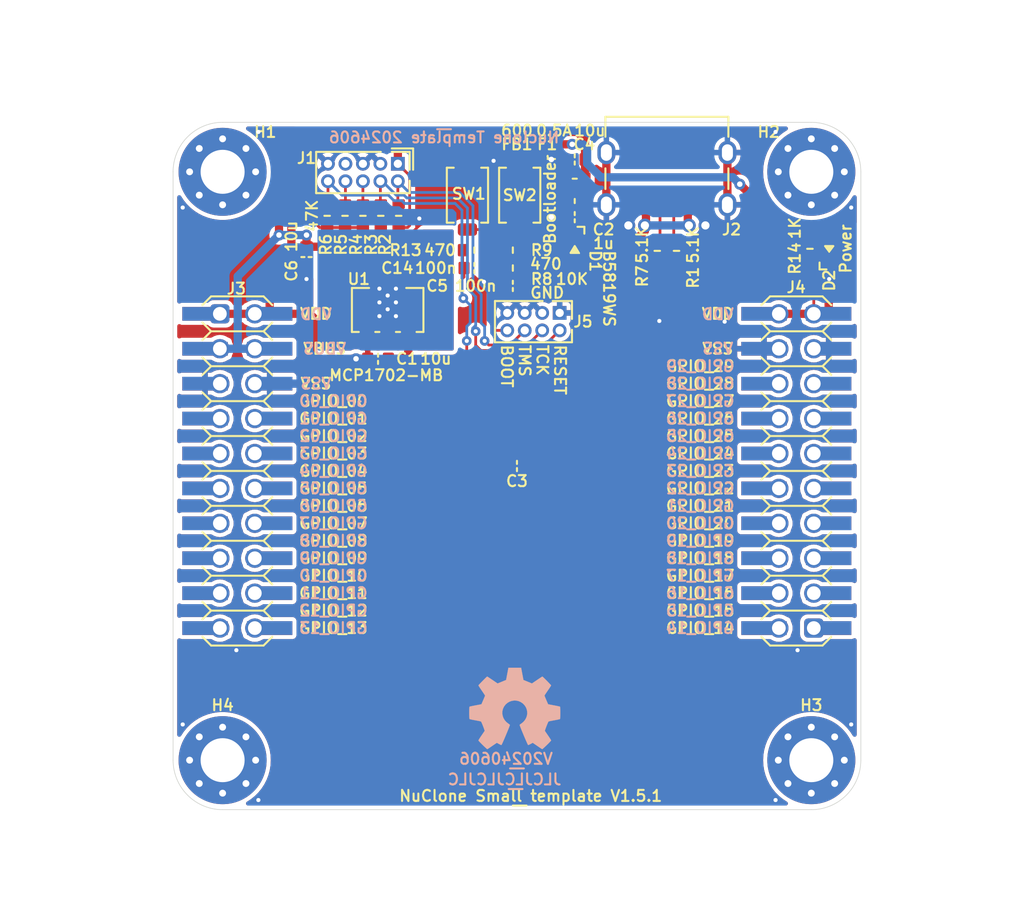
<source format=kicad_pcb>
(kicad_pcb (version 20240108) (generator "pcbnew") (generator_version "8.0")
  (layers (0 "F.Cu" mixed) (31 "B.Cu" mixed) (34 "B.Paste" user) (35 "F.Paste" user) (36 "B.SilkS" user "B.Silkscreen") (37 "F.SilkS" user "F.Silkscreen") (38 "B.Mask" user) (39 "F.Mask" user) (44 "Edge.Cuts" user))
  (net 0 "")
  (net 1 "/VBUS")
  (net 2 "Net-(F1-Pad2)")
  (net 3 "/VDD")
  (net 4 "/VSS")
  (net 5 "Net-(D2-A)")
  (net 6 "/GPIO_28")
  (net 7 "/GPIO_29")
  (net 8 "/TMS")
  (net 9 "/TCK")
  (net 10 "/TDO")
  (net 11 "/TDI")
  (net 12 "/RESET")
  (net 13 "Net-(R13-Pad2)")
  (net 15 "Net-(J2-CC1)")
  (net 16 "/VUSB")
  (net 17 "Net-(J2-CC2)")
  (net 18 "/BOOT")
  (net 19 "/GPIO_20")
  (net 20 "/GPIO_23")
  (net 21 "/GPIO_27")
  (net 22 "/GPIO_16")
  (net 23 "/GPIO_21")
  (net 24 "/GPIO_19")
  (net 25 "/GPIO_17")
  (net 26 "/GPIO_18")
  (net 27 "/GPIO_15")
  (net 28 "/GPIO_14")
  (net 29 "/GPIO_22")
  (net 30 "/GPIO_24")
  (net 31 "/GPIO_25")
  (net 32 "/GPIO_26")
  (net 33 "/GPIO_13")
  (net 34 "/GPIO_12")
  (net 35 "/GPIO_11")
  (net 36 "/GPIO_10")
  (net 37 "/GPIO_09")
  (net 38 "/GPIO_08")
  (net 39 "/GPIO_07")
  (net 40 "/GPIO_06")
  (net 41 "/GPIO_05")
  (net 42 "/GPIO_04")
  (net 43 "/GPIO_03")
  (net 44 "/GPIO_02")
  (net 45 "/GPIO_01")
  (net 46 "/GPIO_00")
  (net 47 "Net-(D1-K)")
  (net 48 "Net-(R9-Pad2)")
  (footprint "SquantorPcbOutline:MountingHole_3.2mm_M3_Pad_Via" (layer "F.Cu") (at 33.6 33.6)
    (property "Reference" "H1")
    (property "Value" "MountingHole")
  )
  (footprint "SquantorPcbOutline:MountingHole_3.2mm_M3_Pad_Via" (layer "F.Cu") (at 76.4 33.6)
    (property "Reference" "H2")
    (property "Value" "MountingHole")
  )
  (footprint "SquantorPcbOutline:MountingHole_3.2mm_M3_Pad_Via" (layer "F.Cu") (at 33.6 76.4)
    (property "Reference" "H4")
    (property "Value" "MountingHole")
  )
  (footprint "SquantorLabels:Label_Generic" (layer "F.Cu") (at 55.2 79.1)
    (property "Reference" "N4" (hide yes))
    (property "Value" "NuClone Small template V1.5.1")
  )
  (footprint "SquantorPcbOutline:MountingHole_3.2mm_M3_Pad_Via" (layer "F.Cu") (at 76.4 76.4)
    (property "Reference" "H3")
    (property "Value" "MountingHole")
  )
  (footprint "SquantorConnectorsNamed:nuclone_small_right_stacked" (layer "F.Cu") (at 75.31 55.36 90)
    (property "Reference" "J4")
    (property "Value" "nuclone_small_right")
  )
  (footprint "SquantorConnectorsNamed:nuclone_small_left_stacked" (layer "F.Cu") (at 34.67 55.36 -90)
    (property "Reference" "J3")
    (property "Value" "nuclone_small_left")
  )
  (footprint "SquantorResistor:R_0603_hand" (layer "F.Cu") (at 76.3 39.2 -90)
    (property "Reference" "R14")
    (property "Value" "1K")
  )
  (footprint "SquantorResistor:R_0603_hand" (layer "F.Cu") (at 45.1 36.8 -90)
    (property "Reference" "R3")
    (property "Value" "47K")
  )
  (footprint "SquantorCapacitor:C_0603" (layer "F.Cu") (at 55 55 180)
    (property "Reference" "C3")
    (property "Value" "10u")
  )
  (footprint "SquantorResistor:R_0603_hand" (layer "F.Cu") (at 51.9 39.3)
    (property "Reference" "R13")
    (property "Value" "470")
  )
  (footprint "SquantorResistor:R_0603_hand" (layer "F.Cu") (at 46.4 36.8 -90)
    (property "Reference" "R2")
    (property "Value" "47K")
  )
  (footprint "SquantorResistor:R_0603_hand" (layer "F.Cu") (at 43.8 36.8 -90)
    (property "Reference" "R4")
    (property "Value" "47K")
  )
  (footprint "SquantorResistor:R_0603_hand" (layer "F.Cu") (at 42.5 36.8 -90)
    (property "Reference" "R5")
    (property "Value" "47K")
  )
  (footprint "SquantorConnectors:Header-0127-2X05-H006" (layer "F.Cu") (at 43.8 33.65 180)
    (property "Reference" "J1")
    (property "Value" "JTAG_2X05")
  )
  (footprint "SquantorIC:SOT89-NXP" (layer "F.Cu") (at 45.6 44)
    (property "Reference" "U1")
    (property "Value" "MCP1702-MB")
  )
  (footprint "SquantorSwitches:TD-85XU" (layer "F.Cu") (at 51.4 35.3 -90)
    (property "Reference" "SW1")
    (property "Value" "RESET")
  )
  (footprint "SquantorDiodes:LED_0603_hand" (layer "F.Cu") (at 77.7 39.2 90)
    (property "Reference" "D2")
    (property "Value" "GREEN")
  )
  (footprint "SquantorCapacitor:C_0603" (layer "F.Cu") (at 44.9 47.2 180)
    (property "Reference" "C1")
    (property "Value" "10u")
  )
  (footprint "SquantorResistor:R_0603_hand" (layer "F.Cu") (at 41.2 36.8 -90)
    (property "Reference" "R6")
    (property "Value" "47K")
  )
  (footprint "SquantorCapacitor:C_0603" (layer "F.Cu") (at 51.9 40.6 180)
    (property "Reference" "C14")
    (property "Value" "100n")
  )
  (footprint "SquantorCapacitor:C_0603" (layer "F.Cu") (at 39.7 39.8 -90)
    (property "Reference" "C6")
    (property "Value" "10u")
  )
  (footprint "SquantorCapacitor:C_0603" (layer "F.Cu") (at 59.2 32.7)
    (property "Reference" "C4")
    (property "Value" "10u")
  )
  (footprint "SquantorUsb:USB-C-HRO-31-M-17_aisler" (layer "F.Cu") (at 65.9 36.15 180)
    (property "Reference" "J2")
    (property "Value" "TYPE-C-31-M-12")
  )
  (footprint "SquantorResistor:R_0603_hand" (layer "F.Cu") (at 65.2 39.35 90)
    (property "Reference" "R7")
    (property "Value" "5.1K")
  )
  (footprint "SquantorResistor:R_0603_hand" (layer "F.Cu") (at 54.7 39.3)
    (property "Reference" "R9")
    (property "Value" "470")
  )
  (footprint "SquantorFuse:F_0603_hand" (layer "F.Cu") (at 59.2 34.1 180)
    (property "Reference" "F1")
    (property "Value" "0.5A")
  )
  (footprint "SquantorResistor:R_0603_hand" (layer "F.Cu") (at 54.7 40.6)
    (property "Reference" "R8")
    (property "Value" "10K")
  )
  (footprint "SquantorInductor:L_0603" (layer "F.Cu") (at 59.2 35.5)
    (property "Reference" "FB1")
    (property "Value" "600")
  )
  (footprint "SquantorCapacitor:C_0603" (layer "F.Cu") (at 54.7 41.9)
    (property "Reference" "C5")
    (property "Value" "100n")
  )
  (footprint "SquantorSwitches:TD-85XU" (layer "F.Cu") (at 55.2 35.3 -90)
    (property "Reference" "SW2")
    (property "Value" "Bootloader")
  )
  (footprint "SquantorDiodes:SOD-323-nexperia-hand" (layer "F.Cu") (at 59.2 39.3 -90)
    (property "Reference" "D1")
    (property "Value" "B5819WS")
  )
  (footprint "SquantorConnectors:Header-0127-2X04-H006" (layer "F.Cu") (at 56.2 44.5 180)
    (property "Reference" "J5")
    (property "Value" "Conn_02x06_Odd_Even")
  )
  (footprint "SquantorCapacitor:C_0603" (layer "F.Cu") (at 59.2 36.9)
    (property "Reference" "C2")
    (property "Value" "1u")
  )
  (footprint "SquantorResistor:R_0603_hand" (layer "F.Cu") (at 66.6 39.35 90)
    (property "Reference" "R1")
    (property "Value" "5.1K")
  )
  (footprint "Symbol:OSHW-Symbol_6.7x6mm_SilkScreen" (layer "B.Cu") (at 54.85 72.65 180)
    (property "Reference" "N1" (hide yes))
    (property "Value" "OHWLOGO" (hide yes))
  )
  (footprint "SquantorLabels:Label_Generic" (layer "B.Cu") (at 54.9 77.9 180)
    (property "Reference" "N3" (hide yes))
    (property "Value" "JLCJLCJLCJLC")
  )
  (footprint "SquantorLabels:Label_Generic" (layer "B.Cu") (at 55 76.4 180)
    (property "Reference" "N2" (hide yes))
    (property "Value" "V20240606")
  )
  (footprint "SquantorLabels:Label_Generic" (layer "B.Cu") (at 49.7 31.1)
    (property "Reference" "N5" (hide yes))
    (property "Value" "Nuclone Template 2024606")
  )
  (gr_line (start 47.45 31.9) (end 45.9 31.9) (stroke (width 0.15)) (layer "F.SilkS"))
  (gr_line (start 47.45 31.9) (end 47.45 33.45) (stroke (width 0.15)) (layer "F.SilkS"))
  (gr_line (start 76.4 80) (end 33.6 80) (stroke (width 0.05)) (layer "Edge.Cuts"))
  (gr_arc (start 30 33.6) (mid 31.054416 31.054416) (end 33.6 30) (stroke (width 0.05)) (layer "Edge.Cuts"))
  (gr_arc (start 76.4 30) (mid 78.945584 31.054416) (end 80 33.6) (stroke (width 0.05)) (layer "Edge.Cuts"))
  (gr_line (start 33.6 30) (end 76.4 30) (stroke (width 0.05)) (layer "Edge.Cuts"))
  (gr_line (start 80 33.6) (end 80 76.4) (stroke (width 0.05)) (layer "Edge.Cuts"))
  (gr_arc (start 33.6 80) (mid 31.054416 78.945584) (end 30 76.4) (stroke (width 0.05)) (layer "Edge.Cuts"))
  (gr_line (start 30 76.4) (end 30 33.6) (stroke (width 0.05)) (layer "Edge.Cuts"))
  (gr_arc (start 80 76.4) (mid 78.945584 78.945584) (end 76.4 80) (stroke (width 0.05)) (layer "Edge.Cuts"))
  (gr_text "Power" (at 78.9 39.2 90) (layer "F.SilkS") (effects (font (size 0.8 0.8) (thickness 0.15) (bold yes))))
  (gr_text "RESET\nTCK\nTMS\nBOOT" (at 53.8 46.1 270) (layer "F.SilkS") (effects (font (size 0.8 0.8) (thickness 0.15) (bold yes)) (justify left bottom)))
  (gr_text "GND" (at 57.2 42.4 0) (layer "F.SilkS") (effects (font (size 0.8 0.8) (thickness 0.15) (bold yes))))
  (segment (start 59.95 32.7) (end 59.95 34.1) (width 0.6) (layer "F.Cu") (net 1))
  (segment (start 59.95 31.264782) (end 59.95 32.7) (width 0.6) (layer "F.Cu") (net 1))
  (segment (start 37.7 38.2) (end 37.7 32.6) (width 0.6) (layer "F.Cu") (net 1))
  (segment (start 39.7 38.2) (end 39.7 39.05) (width 0.6) (layer "F.Cu") (net 1))
  (segment (start 39.6 30.7) (end 59.385218 30.7) (width 0.6) (layer "F.Cu") (net 1))
  (segment (start 44.55 39.05) (end 45.6 40.1) (width 0.6) (layer "F.Cu") (net 1))
  (segment (start 45.6 40.1) (end 45.6 42.6) (width 0.6) (layer "F.Cu") (net 1))
  (segment (start 59.385218 30.7) (end 59.95 31.264782) (width 0.6) (layer "F.Cu") (net 1))
  (segment (start 39.7 39.05) (end 44.55 39.05) (width 0.6) (layer "F.Cu") (net 1))
  (segment (start 37.7 32.6) (end 39.6 30.7) (width 0.6) (layer "F.Cu") (net 1))
  (via (at 46.2 42.1) (size 0.7) (drill 0.3) (layers "F.Cu" "B.Cu") (net 1))
  (via (at 45 44.1) (size 0.7) (drill 0.3) (layers "F.Cu" "B.Cu") (net 1))
  (via (at 45 43.1) (size 0.7) (drill 0.3) (layers "F.Cu" "B.Cu") (net 1))
  (via (at 45 42.1) (size 0.7) (drill 0.3) (layers "F.Cu" "B.Cu") (net 1))
  (via (at 37.7 38.2) (size 0.8) (drill 0.4) (layers "F.Cu" "B.Cu") (net 1))
  (via (at 39.7 38.2) (size 0.8) (drill 0.4) (layers "F.Cu" "B.Cu") (net 1))
  (via (at 45.6 42.6) (size 0.7) (drill 0.3) (layers "F.Cu" "B.Cu") (net 1))
  (via (at 46.2 44.1) (size 0.7) (drill 0.3) (layers "F.Cu" "B.Cu") (net 1))
  (via (at 45.6 43.6) (size 0.7) (drill 0.3) (layers "F.Cu" "B.Cu") (net 1))
  (via (at 46.2 43.1) (size 0.7) (drill 0.3) (layers "F.Cu" "B.Cu") (net 1))
  (segment (start 34.7 41.2) (end 34.7 46.47) (width 0.6) (layer "B.Cu") (net 1))
  (segment (start 37.7 38.2) (end 34.7 41.2) (width 0.6) (layer "B.Cu") (net 1))
  (segment (start 37.7 38.2) (end 39.7 38.2) (width 0.6) (layer "B.Cu") (net 1))
  (segment (start 33.4 46.47) (end 34.7 46.47) (width 0.6) (layer "B.Cu") (net 1))
  (segment (start 34.7 46.47) (end 35.94 46.47) (width 0.6) (layer "B.Cu") (net 1))
  (segment (start 58.45 34.1) (end 58.45 35.5) (width 0.6) (layer "F.Cu") (net 2))
  (segment (start 76.58 41.78) (end 76.3 41.5) (width 0.2) (layer "F.Cu") (net 3))
  (segment (start 38.6 40.5) (end 37.02 42.08) (width 0.6) (layer "F.Cu") (net 3))
  (segment (start 43.8 37.65) (end 42.5 37.65) (width 0.2) (layer "F.Cu") (net 3))
  (segment (start 46.45 31.6) (end 46.4 31.55) (width 0.6) (layer "F.Cu") (net 3))
  (segment (start 45.65 47.2) (end 45.65 48.15) (width 0.6) (layer "F.Cu") (net 3))
  (segment (start 55.75 52.85) (end 55.75 55) (width 0.6) (layer "F.Cu") (net 3))
  (segment (start 45.65 48.15) (end 45.6 48.2) (width 0.6) (layer "F.Cu") (net 3))
  (segment (start 40.65 37.65) (end 40.2 37.2) (width 0.2) (layer "F.Cu") (net 3))
  (segment (start 38.6 37.2) (end 38.6 40.5) (width 0.6) (layer "F.Cu") (net 3))
  (segment (start 47.2 37.5) (end 47.2 33.875) (width 0.2) (layer "F.Cu") (net 3))
  (segment (start 53.1 52.1) (end 55 52.1) (width 0.6) (layer "F.Cu") (net 3))
  (segment (start 47.1 46.8) (end 47.1 45.75) (width 0.6) (layer "F.Cu") (net 3))
  (segment (start 45.65 47.2) (end 46.7 47.2) (width 0.6) (layer "F.Cu") (net 3))
  (segment (start 39.95 31.55) (end 38.6 32.9) (width 0.6) (layer "F.Cu") (net 3))
  (segment (start 41.2 37.65) (end 42.5 37.65) (width 0.2) (layer "F.Cu") (net 3))
  (segment (start 39.93 43.93) (end 40.2 44.2) (width 0.6) (layer "F.Cu") (net 3))
  (segment (start 37.02 42.08) (end 37.02 43.93) (width 0.6) (layer "F.Cu") (net 3))
  (segment (start 74.04 43.93) (end 76.58 43.93) (width 0.6) (layer "F.Cu") (net 3))
  (segment (start 79 37.8) (end 79 41.7) (width 0.6) (layer "F.Cu") (net 3))
  (segment (start 76.58 43.93) (end 76.58 41.78) (width 0.2) (layer "F.Cu") (net 3))
  (segment (start 37.02 43.93) (end 39.93 43.93) (width 0.6) (layer "F.Cu") (net 3))
  (segment (start 45.6 48.2) (end 49.2 48.2) (width 0.6) (layer "F.Cu") (net 3))
  (segment (start 46.7 47.2) (end 47.1 46.8) (width 0.6) (layer "F.Cu") (net 3))
  (segment (start 40.2 47.4) (end 41 48.2) (width 0.6) (layer "F.Cu") (net 3))
  (segment (start 47.05 37.65) (end 47.2 37.5) (width 0.2) (layer "F.Cu") (net 3))
  (segment (start 56.2 40.6) (end 55.55 40.6) (width 0.6) (layer "F.Cu") (net 3))
  (segment (start 79 41.7) (end 77.66 43.04) (width 0.6) (layer "F.Cu") (net 3))
  (segment (start 74.2 37.5) (end 78.7 37.5) (width 0.6) (layer "F.Cu") (net 3))
  (segment (start 35.94 43.93) (end 33.4 43.93) (width 0.6) (layer "F.Cu") (net 3))
  (segment (start 77.66 43.04) (end 77.66 43.93) (width 0.6) (layer "F.Cu") (net 3))
  (segment (start 47.2 33.875) (end 46.34 33.015) (width 0.2) (layer "F.Cu") (net 3))
  (segment (start 78.7 37.5) (end 79 37.8) (width 0.6) (layer "F.Cu") (net 3))
  (segment (start 49.2 48.2) (end 53.1 52.1) (width 0.6) (layer "F.Cu") (net 3))
  (segment (start 46.4 31.55) (end 39.95 31.55) (width 0.6) (layer "F.Cu") (net 3))
  (segment (start 56.5 31.6) (end 56.5 40.3) (width 0.6) (layer "F.Cu") (net 3))
  (segment (start 55 52.1) (end 55.75 52.85) (width 0.6) (layer "F.Cu") (net 3))
  (segment (start 76.3 41.5) (end 76.3 40.05) (width 0.2) (layer "F.Cu") (net 3))
  (segment (start 59.012425 31.6) (end 46.45 31.6) (width 0.6) (layer "F.Cu") (net 3))
  (segment (start 41.2 37.65) (end 40.65 37.65) (width 0.2) (layer "F.Cu") (net 3))
  (segment (start 40.2 37.2) (end 38.6 37.2) (width 0.2) (layer "F.Cu") (net 3))
  (segment (start 56.5 40.3) (end 56.2 40.6) (width 0.6) (layer "F.Cu") (net 3))
  (segment (start 40.2 44.2) (end 40.2 47.4) (width 0.6) (layer "F.Cu") (net 3))
  (segment (start 38.6 32.9) (end 38.6 37.2) (width 0.6) (layer "F.Cu") (net 3))
  (segment (start 46.34 33.015) (end 46.34 31.61) (width 0.6) (layer "F.Cu") (net 3))
  (segment (start 46.4 37.65) (end 47.05 37.65) (width 0.2) (layer "F.Cu") (net 3))
  (segment (start 41 48.2) (end 45.6 48.2) (width 0.6) (layer "F.Cu") (net 3))
  (segment (start 46.34 31.61) (end 46.4 31.55) (width 0.6) (layer "F.Cu") (net 3))
  (segment (start 71.2 34.5) (end 74.2 37.5) (width 0.6) (layer "F.Cu") (net 3))
  (via (at 71.2 34.5) (size 0.8) (drill 0.4) (layers "F.Cu" "B.Cu") (net 3))
  (via (at 59.012425 31.6) (size 0.8) (drill 0.4) (layers "F.Cu" "B.Cu") (net 3))
  (segment (start 70.7 34) (end 61.1 34) (width 0.6) (layer "B.Cu") (net 3))
  (segment (start 71.2 34.5) (end 70.7 34) (width 0.6) (layer "B.Cu") (net 3))
  (segment (start 60.1 33) (end 60.1 31.9) (width 0.6) (layer "B.Cu") (net 3))
  (segment (start 59.8 31.6) (end 59.012425 31.6) (width 0.6) (layer "B.Cu") (net 3))
  (segment (start 60.1 31.9) (end 59.8 31.6) (width 0.6) (layer "B.Cu") (net 3))
  (segment (start 61.1 34) (end 60.1 33) (width 0.6) (layer "B.Cu") (net 3))
  (segment (start 68.65 37.45) (end 68.7 37.5) (width 0.6) (layer "F.Cu") (net 4))
  (segment (start 47 38.4) (end 47.5 37.9) (width 0.2) (layer "F.Cu") (net 4))
  (segment (start 63.15 37.45) (end 63.15 36.15) (width 0.6) (layer "F.Cu") (net 4))
  (segment (start 61.5 32.2) (end 61.5 36) (width 0.6) (layer "F.Cu") (net 4))
  (segment (start 47.5 37.9) (end 47.9 37.5) (width 0.2) (layer "F.Cu") (net 4))
  (segment (start 70.3 32.2) (end 70.3 36) (width 0.6) (layer "F.Cu") (net 4))
  (segment (start 46.2 38.4) (end 47 38.4) (width 0.2) (layer "F.Cu") (net 4))
  (segment (start 45.1 37.65) (end 45.1 38.2) (width 0.2) (layer "F.Cu") (net 4))
  (segment (start 44.15 47.2) (end 43.3 47.2) (width 0.6) (layer "F.Cu") (net 4))
  (segment (start 47.9 37.5) (end 47.9 37) (width 0.2) (layer "F.Cu") (net 4))
  (segment (start 68.65 36.15) (end 68.65 37.45) (width 0.6) (layer "F.Cu") (net 4))
  (segment (start 63.1 37.5) (end 63.15 37.45) (width 0.6) (layer "F.Cu") (net 4))
  (segment (start 45.3 38.4) (end 46.2 38.4) (width 0.2) (layer "F.Cu") (net 4))
  (segment (start 45.1 38.2) (end 45.3 38.4) (width 0.2) (layer "F.Cu") (net 4))
  (via (at 53.3 32.8) (size 0.7) (drill 0.3) (layers "F.Cu" "B.Cu") (net 4))
  (via (at 65.35 44.45) (size 0.7) (drill 0.3) (layers "F.Cu" "B.Cu") (net 4))
  (via (at 70.1 44.5) (size 0.7) (drill 0.3) (layers "F.Cu" "B.Cu") (net 4))
  (via (at 36.2 30.7) (size 0.7) (drill 0.3) (layers "F.Cu" "B.Cu") (net 4))
  (via (at 34.6 68.4) (size 0.7) (drill 0.3) (layers "F.Cu" "B.Cu") (net 4))
  (via (at 75.4 68.4) (size 0.7) (drill 0.3) (layers "F.Cu" "B.Cu") (net 4))
  (via (at 73.8 79.3) (size 0.7) (drill 0.3) (layers "F.Cu" "B.Cu") (net 4))
  (via (at 77.7 41.4) (size 0.7) (drill 0.3) (layers "F.Cu" "B.Cu") (net 4))
  (via (at 79.3 73.8) (size 0.7) (drill 0.3) (layers "F.Cu" "B.Cu") (net 4))
  (via (at 36.2 79.3) (size 0.7) (drill 0.3) (layers "F.Cu" "B.Cu") (net 4))
  (via (at 52.6 41.6) (size 0.7) (drill 0.3) (layers "F.Cu" "B.Cu") (net 4))
  (via (at 57.5 36.9) (size 0.8) (drill 0.4) (layers "F.Cu" "B.Cu") (net 4))
  (via (at 63.1 37.5) (size 1) (drill 0.6) (layers "F.Cu" "B.Cu") (net 4))
  (via (at 30.7 73.8) (size 0.7) (drill 0.3) (layers "F.Cu" "B.Cu") (net 4))
  (via (at 30.7 36.2) (size 0.7) (drill 0.3) (layers "F.Cu" "B.Cu") (net 4))
  (via (at 68.7 37.5) (size 1) (drill 0.6) (layers "F.Cu" "B.Cu") (net 4))
  (via (at 57.5 32.7) (size 0.8) (drill 0.4) (layers "F.Cu" "B.Cu") (net 4))
  (via (at 79.3 36.2) (size 0.7) (drill 0.3) (layers "F.Cu" "B.Cu") (net 4))
  (via (at 39.7 41.4) (size 0.7) (drill 0.3) (layers "F.Cu" "B.Cu") (net 4))
  (via (at 47.9 37) (size 0.7) (drill 0.3) (layers "F.Cu" "B.Cu") (net 4))
  (via (at 43.3 47.2) (size 0.8) (drill 0.4) (layers "F.Cu" "B.Cu") (net 4))
  (via (at 73.8 30.7) (size 0.7) (drill 0.3) (layers "F.Cu" "B.Cu") (net 4))
  (segment (start 37.02 49.01) (end 35.94 49.01) (width 0.6) (layer "B.Cu") (net 4))
  (segment (start 43.3 47.2) (end 41.49 49.01) (width 0.6) (layer "B.Cu") (net 4))
  (segment (start 41.49 49.01) (end 37.02 49.01) (width 0.6) (layer "B.Cu") (net 4))
  (segment (start 76.3 38.35) (end 76.95 38.35) (width 0.2) (layer "F.Cu") (net 5))
  (segment (start 77.1 38.5) (end 77.55 38.5) (width 0.2) (layer "F.Cu") (net 5))
  (segment (start 77.55 38.5) (end 77.7 38.35) (width 0.2) (layer "F.Cu") (net 5))
  (segment (start 76.95 38.35) (end 77.1 38.5) (width 0.2) (layer "F.Cu") (net 5))
  (segment (start 52.95 46.2) (end 54.5 46.2) (width 0.2) (layer "F.Cu") (net 8))
  (segment (start 46.34 35.89) (end 46.4 35.95) (width 0.2) (layer "F.Cu") (net 8))
  (segment (start 54.5 46.2) (end 55.565 45.135) (width 0.2) (layer "F.Cu") (net 8))
  (segment (start 46.34 34.285) (end 46.34 35.89) (width 0.2) (layer "F.Cu") (net 8))
  (segment (start 52.65 45.9) (end 52.95 46.2) (width 0.2) (layer "F.Cu") (net 8))
  (via (at 52.65 45.9) (size 0.7) (drill 0.3) (layers "F.Cu" "B.Cu") (net 8))
  (segment (start 52.65 45.9) (end 52.65 44.85) (width 0.2) (layer "B.Cu") (net 8))
  (segment (start 50.831372 35.1) (end 47.155 35.1) (width 0.2) (layer "B.Cu") (net 8))
  (segment (start 52.4 44.6) (end 52.4 42.524694) (width 0.2) (layer "B.Cu") (net 8))
  (segment (start 52.65 44.85) (end 52.4 44.6) (width 0.2) (layer "B.Cu") (net 8))
  (segment (start 51.8 36.068628) (end 50.831372 35.1) (width 0.2) (layer "B.Cu") (net 8))
  (segment (start 51.8 41.924694) (end 51.8 36.068628) (width 0.2) (layer "B.Cu") (net 8))
  (segment (start 52.4 42.524694) (end 51.8 41.924694) (width 0.2) (layer "B.Cu") (net 8))
  (segment (start 47.155 35.1) (end 46.34 34.285) (width 0.2) (layer "B.Cu") (net 8))
  (segment (start 55.37 46.6) (end 56.835 45.135) (width 0.2) (layer "F.Cu") (net 9))
  (segment (start 45.07 35.92) (end 45.1 35.95) (width 0.2) (layer "F.Cu") (net 9))
  (segment (start 45.07 34.285) (end 45.07 35.92) (width 0.2) (layer "F.Cu") (net 9))
  (segment (start 52.380761 46.6) (end 55.37 46.6) (width 0.2) (layer "F.Cu") (net 9))
  (segment (start 52 45.2) (end 52 46.219239) (width 0.2) (layer "F.Cu") (net 9))
  (segment (start 52 46.219239) (end 52.380761 46.6) (width 0.2) (layer "F.Cu") (net 9))
  (via (at 52 45.2) (size 0.7) (drill 0.3) (layers "F.Cu" "B.Cu") (net 9))
  (segment (start 45.208629 34.285) (end 45.07 34.285) (width 0.2) (layer "B.Cu") (net 9))
  (segment (start 46.789313 35.3) (end 46.223629 35.3) (width 0.2) (layer "B.Cu") (net 9))
  (segment (start 51.782843 44.982843) (end 52 44.765685) (width 0.2) (layer "B.Cu") (net 9))
  (segment (start 52 42.69038) (end 51.4 42.09038) (width 0.2) (layer "B.Cu") (net 9))
  (segment (start 46.989314 35.5) (end 46.789313 35.3) (width 0.2) (layer "B.Cu") (net 9))
  (segment (start 51.4 36.234314) (end 50.665686 35.5) (width 0.2) (layer "B.Cu") (net 9))
  (segment (start 52 45.2) (end 51.782843 44.982843) (width 0.2) (layer "B.Cu") (net 9))
  (segment (start 46.223629 35.3) (end 45.208629 34.285) (width 0.2) (layer "B.Cu") (net 9))
  (segment (start 51.4 42.09038) (end 51.4 36.234314) (width 0.2) (layer "B.Cu") (net 9))
  (segment (start 50.665686 35.5) (end 46.989314 35.5) (width 0.2) (layer "B.Cu") (net 9))
  (segment (start 52 44.765685) (end 52 42.69038) (width 0.2) (layer "B.Cu") (net 9))
  (segment (start 43.8 34.285) (end 43.8 35.95) (width 0.2) (layer "F.Cu") (net 10))
  (segment (start 42.53 34.285) (end 42.53 35.92) (width 0.2) (layer "F.Cu") (net 11))
  (segment (start 42.53 35.92) (end 42.5 35.95) (width 0.2) (layer "F.Cu") (net 11))
  (segment (start 41.26 34.285) (end 41.26 35.89) (width 0.2) (layer "F.Cu") (net 12))
  (segment (start 51.05 40.5) (end 51.15 40.6) (width 0.2) (layer "F.Cu") (net 12))
  (segment (start 56.24 47) (end 58.105 45.135) (width 0.2) (layer "F.Cu") (net 12))
  (segment (start 51.695315 47) (end 56.24 47) (width 0.2) (layer "F.Cu") (net 12))
  (segment (start 41.26 35.89) (end 41.2 35.95) (width 0.2) (layer "F.Cu") (net 12))
  (segment (start 51 41.4) (end 51 42.7) (width 0.2) (layer "F.Cu") (net 12))
  (segment (start 51.35 46.654685) (end 51.695315 47) (width 0.2) (layer "F.Cu") (net 12))
  (segment (start 51.35 45.9) (end 51.35 46.654685) (width 0.2) (layer "F.Cu") (net 12))
  (segment (start 51 42.7) (end 51.1 42.8) (width 0.2) (layer "F.Cu") (net 12))
  (segment (start 51.15 41.25) (end 51 41.4) (width 0.2) (layer "F.Cu") (net 12))
  (segment (start 51.05 39.3) (end 51.05 40.5) (width 0.2) (layer "F.Cu") (net 12))
  (segment (start 51.15 40.6) (end 51.15 41.25) (width 0.2) (layer "F.Cu") (net 12))
  (via (at 51.35 45.9) (size 0.7) (drill 0.3) (layers "F.Cu" "B.Cu") (net 12))
  (via (at 51.1 42.8) (size 0.7) (drill 0.3) (layers "F.Cu" "B.Cu") (net 12))
  (segment (start 42.275 35.3) (end 41.26 34.285) (width 0.2) (layer "B.Cu") (net 12))
  (segment (start 51.35 44.85) (end 51.35 45.9) (width 0.2) (layer "B.Cu") (net 12))
  (segment (start 51.1 42.8) (end 51.6 43.3) (width 0.2) (layer "B.Cu") (net 12))
  (segment (start 45.657944 35.3) (end 42.275 35.3) (width 0.2) (layer "B.Cu") (net 12))
  (segment (start 46.057944 35.7) (end 45.657944 35.3) (width 0.2) (layer "B.Cu") (net 12))
  (segment (start 46.823628 35.9) (end 46.623628 35.7) (width 0.2) (layer "B.Cu") (net 12))
  (segment (start 51 42.7) (end 51 36.4) (width 0.2) (layer "B.Cu") (net 12))
  (segment (start 51.6 44.6) (end 51.35 44.85) (width 0.2) (layer "B.Cu") (net 12))
  (segment (start 51.6 43.3) (end 51.6 44.6) (width 0.2) (layer "B.Cu") (net 12))
  (segment (start 51 36.4) (end 50.5 35.9) (width 0.2) (layer "B.Cu") (net 12))
  (segment (start 50.5 35.9) (end 46.823628 35.9) (width 0.2) (layer "B.Cu") (net 12))
  (segment (start 51.1 42.8) (end 51 42.7) (width 0.2) (layer "B.Cu") (net 12))
  (segment (start 46.623628 35.7) (end 46.057944 35.7) (width 0.2) (layer "B.Cu") (net 12))
  (segment (start 51.4 37.8) (end 52.3 37.8) (width 0.2) (layer "F.Cu") (net 13))
  (segment (start 52.75 38.25) (end 52.75 39.3) (width 0.2) (layer "F.Cu") (net 13))
  (segment (start 52.3 37.8) (end 52.75 38.25) (width 0.2) (layer "F.Cu") (net 13))
  (segment (start 66.4 36.15) (end 66.4 38.3) (width 0.2) (layer "F.Cu") (net 15))
  (segment (start 66.4 38.3) (end 66.6 38.5) (width 0.2) (layer "F.Cu") (net 15))
  (segment (start 59.95 40.35) (end 59.2 40.35) (width 0.6) (layer "F.Cu") (net 16))
  (segment (start 64.38 37.42) (end 64.38 36.15) (width 0.6) (layer "F.Cu") (net 16))
  (segment (start 61.7 38.6) (end 59.95 40.35) (width 0.6) (layer "F.Cu") (net 16))
  (segment (start 64.3 37.9) (end 63.6 38.6) (width 0.6) (layer "F.Cu") (net 16))
  (segment (start 63.6 38.6) (end 61.7 38.6) (width 0.6) (layer "F.Cu") (net 16))
  (segment (start 67.42 36.15) (end 67.42 37.42) (width 0.6) (layer "F.Cu") (net 16))
  (segment (start 64.3 37.5) (end 64.3 37.9) (width 0.6) (layer "F.Cu") (net 16))
  (segment (start 64.3 37.5) (end 64.38 37.42) (width 0.6) (layer "F.Cu") (net 16))
  (segment (start 67.42 37.42) (end 67.5 37.5) (width 0.6) (layer "F.Cu") (net 16))
  (via (at 67.5 37.5) (size 1) (drill 0.6) (layers "F.Cu" "B.Cu") (net 16))
  (via (at 64.3 37.5) (size 1) (drill 0.6) (layers "F.Cu" "B.Cu") (net 16))
  (segment (start 64.3 37.5) (end 67.5 37.5) (width 0.6) (layer "B.Cu") (net 16))
  (segment (start 65.4 36.15) (end 65.4 38.3) (width 0.2) (layer "F.Cu") (net 17))
  (segment (start 65.4 38.3) (end 65.2 38.5) (width 0.2) (layer "F.Cu") (net 17))
  (segment (start 53.95 41.9) (end 53.4 41.9) (width 0.2) (layer "F.Cu") (net 18))
  (segment (start 53.85 40.6) (end 53.85 41.8) (width 0.2) (layer "F.Cu") (net 18))
  (segment (start 53.2 45) (end 53.335 45.135) (width 0.2) (layer "F.Cu") (net 18))
  (segment (start 53.335 45.135) (end 54.295 45.135) (width 0.2) (layer "F.Cu") (net 18))
  (segment (start 53.2 42.1) (end 53.2 45) (width 0.2) (layer "F.Cu") (net 18))
  (segment (start 53.85 39.3) (end 53.85 40.6) (width 0.2) (layer "F.Cu") (net 18))
  (segment (start 53.85 41.8) (end 53.95 41.9) (width 0.2) (layer "F.Cu") (net 18))
  (segment (start 53.4 41.9) (end 53.2 42.1) (width 0.2) (layer "F.Cu") (net 18))
  (segment (start 59.95 38.15) (end 59.85 38.25) (width 0.6) (layer "F.Cu") (net 47))
  (segment (start 59.85 38.25) (end 59.2 38.25) (width 0.6) (layer "F.Cu") (net 47))
  (segment (start 59.95 35.5) (end 59.95 36.9) (width 0.6) (layer "F.Cu") (net 47))
  (segment (start 59.95 36.9) (end 59.95 38.15) (width 0.6) (layer "F.Cu") (net 47))
  (segment (start 55.55 39.3) (end 55.55 38.15) (width 0.2) (layer "F.Cu") (net 48))
  (segment (start 55.55 38.15) (end 55.2 37.8) (width 0.2) (layer "F.Cu") (net 48))
  (zone (net 0) (net_name "") (layer "F.Cu") (connect_pads (clearance 0)) (min_thickness 0.254)
    (keepout (tracks allowed) (vias allowed) (pads allowed) (copperpour not_allowed) (footprints allowed))
    (fill (thermal_gap 0.508) (thermal_bridge_width 0.508))
    (polygon (pts (xy 70.3 36.1) (xy 61.6 36.1) (xy 61.5 29.5) (xy 70.3 29.5)))
  )
  (zone (net 4) (net_name "/VSS") (layer "F.Cu") (connect_pads (clearance 0.3)) (min_thickness 0.3) (fill yes (thermal_gap 0.3) (thermal_bridge_width 0.4))
    (polygon (pts (xy 80 80) (xy 30 80) (xy 30 30) (xy 80 30)))
  )
  (zone (net 1) (net_name "/VBUS") (layers "F&B.Cu") (priority 1) (connect_pads (clearance 0.3)) (min_thickness 0.2) (fill yes (thermal_gap 0.2) (thermal_bridge_width 0.4))
    (polygon (pts (xy 50.4 46.6) (xy 40.5 46.6) (xy 40.5 37.8) (xy 50.4 37.8)))
  )
  (zone (net 4) (net_name "/VSS") (layer "B.Cu") (connect_pads (clearance 0.3)) (min_thickness 0.3) (fill yes (thermal_gap 0.3) (thermal_bridge_width 0.4))
    (polygon (pts (xy 30 30) (xy 80 30) (xy 80 80) (xy 30 80)))
  )
)
</source>
